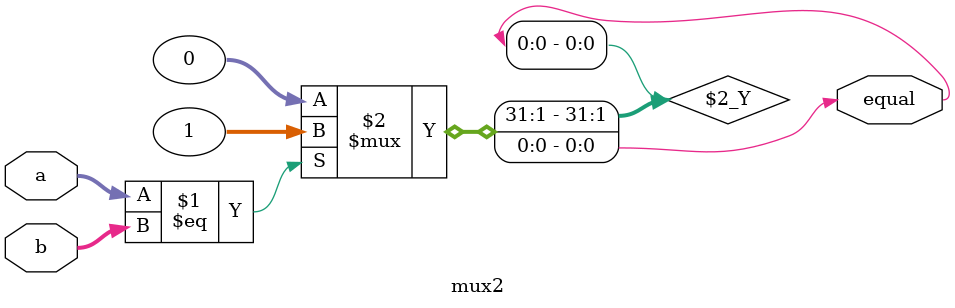
<source format=v>
module mux2 ( equal,a,b );
  input [1:0] a,b; 
  output  equal;   
  
  assign equal= (a==b) ? 1 : 0;
endmodule
</source>
